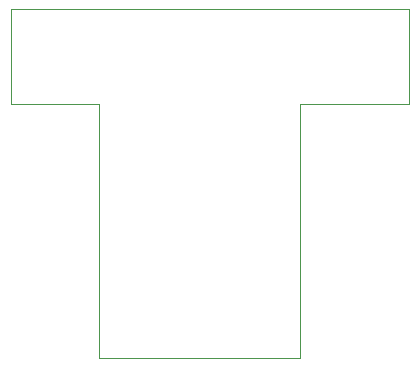
<source format=gbr>
%TF.GenerationSoftware,KiCad,Pcbnew,(6.0.6)*%
%TF.CreationDate,2022-06-22T16:16:20-06:00*%
%TF.ProjectId,21Pin_Fanout_Diodes,32315069-6e5f-4466-916e-6f75745f4469,rev?*%
%TF.SameCoordinates,Original*%
%TF.FileFunction,Profile,NP*%
%FSLAX46Y46*%
G04 Gerber Fmt 4.6, Leading zero omitted, Abs format (unit mm)*
G04 Created by KiCad (PCBNEW (6.0.6)) date 2022-06-22 16:16:20*
%MOMM*%
%LPD*%
G01*
G04 APERTURE LIST*
%TA.AperFunction,Profile*%
%ADD10C,0.100000*%
%TD*%
G04 APERTURE END LIST*
D10*
X-15500000Y22750000D02*
X17750000Y22750000D01*
X-8500000Y4750000D02*
X-8500000Y-6750000D01*
X17750000Y22750000D02*
X17750000Y14750000D01*
X8500000Y4750000D02*
X8500000Y14750000D01*
X-8500000Y4750000D02*
X-8500000Y14750000D01*
X8500000Y-6750000D02*
X-8500000Y-6750000D01*
X-8500000Y14750000D02*
X-16000000Y14750000D01*
X-16000000Y22750000D02*
X-16000000Y14750000D01*
X8500000Y4750000D02*
X8500000Y-6750000D01*
X-15500000Y22750000D02*
X-16000000Y22750000D01*
X8500000Y14750000D02*
X17750000Y14750000D01*
M02*

</source>
